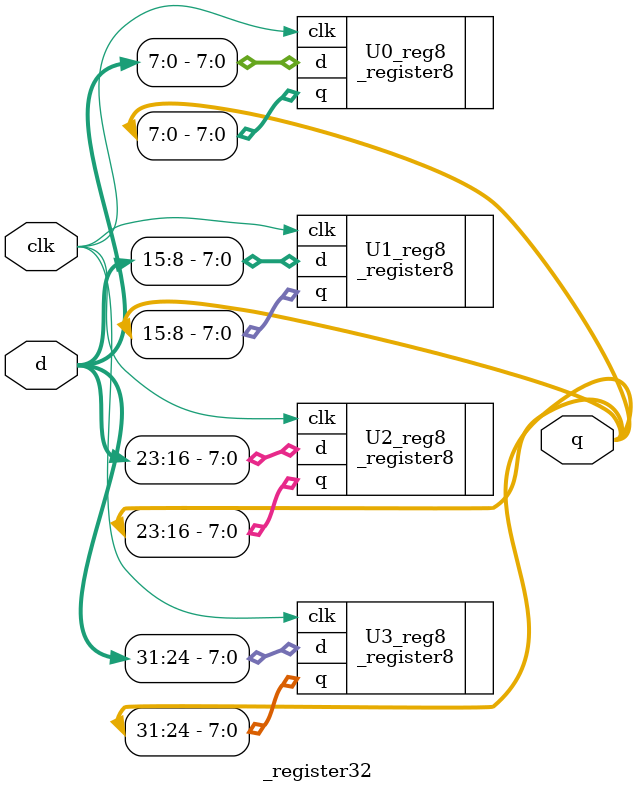
<source format=v>
module _register32 (clk, d, q);		//define module

	input clk; //input clk
	input[31:0] d; //input d
	output[31:0] q; //output q
	
	// instantiate 8-bit registers
	_register8 U0_reg8(.clk(clk),.d(d[7:0]),.q(q[7:0]));
	_register8 U1_reg8(.clk(clk),.d(d[15:8]),.q(q[15:8]));
	_register8 U2_reg8(.clk(clk),.d(d[23:16]),.q(q[23:16]));
	_register8 U3_reg8(.clk(clk),.d(d[31:24]),.q(q[31:24]));
endmodule



</source>
